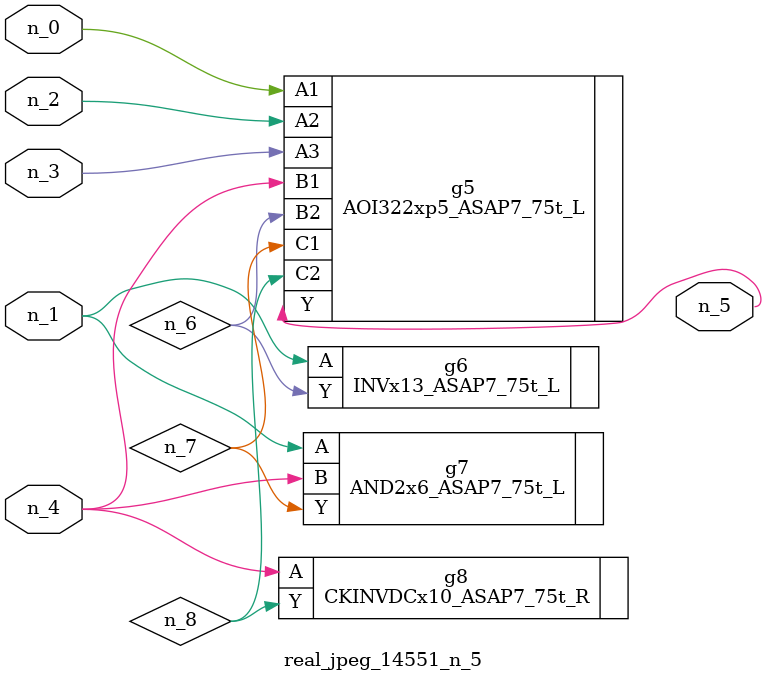
<source format=v>
module real_jpeg_14551_n_5 (n_4, n_0, n_1, n_2, n_3, n_5);

input n_4;
input n_0;
input n_1;
input n_2;
input n_3;

output n_5;

wire n_8;
wire n_6;
wire n_7;

AOI322xp5_ASAP7_75t_L g5 ( 
.A1(n_0),
.A2(n_2),
.A3(n_3),
.B1(n_4),
.B2(n_6),
.C1(n_7),
.C2(n_8),
.Y(n_5)
);

INVx13_ASAP7_75t_L g6 ( 
.A(n_1),
.Y(n_6)
);

AND2x6_ASAP7_75t_L g7 ( 
.A(n_1),
.B(n_4),
.Y(n_7)
);

CKINVDCx10_ASAP7_75t_R g8 ( 
.A(n_4),
.Y(n_8)
);


endmodule
</source>
